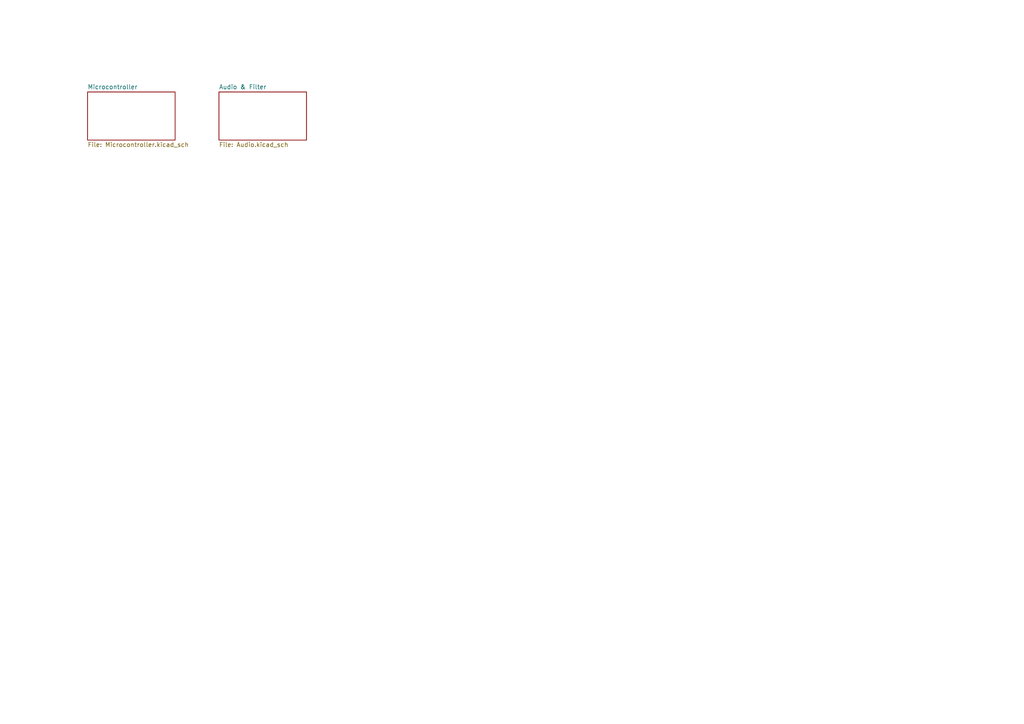
<source format=kicad_sch>
(kicad_sch (version 20210621) (generator eeschema)
  (paper "A4")
  (lib_symbols)
  (sheet (at 63.5 26.67) (size 25.4 13.97)
    (property "Sheet name" "Audio & Filter" (at 63.5 25.9584 0) (effects (justify left bottom)))
    (property "Sheet file" "Audio.kicad_sch" (at 63.5 41.2246 0) (effects (justify left top)))
  )
  (sheet (at 25.4 26.67) (size 25.4 13.97)
    (property "Sheet name" "Microcontroller" (at 25.4 25.9584 0) (effects (justify left bottom)))
    (property "Sheet file" "Microcontroller.kicad_sch" (at 25.4 41.2246 0) (effects (justify left top)))
  )
)
</source>
